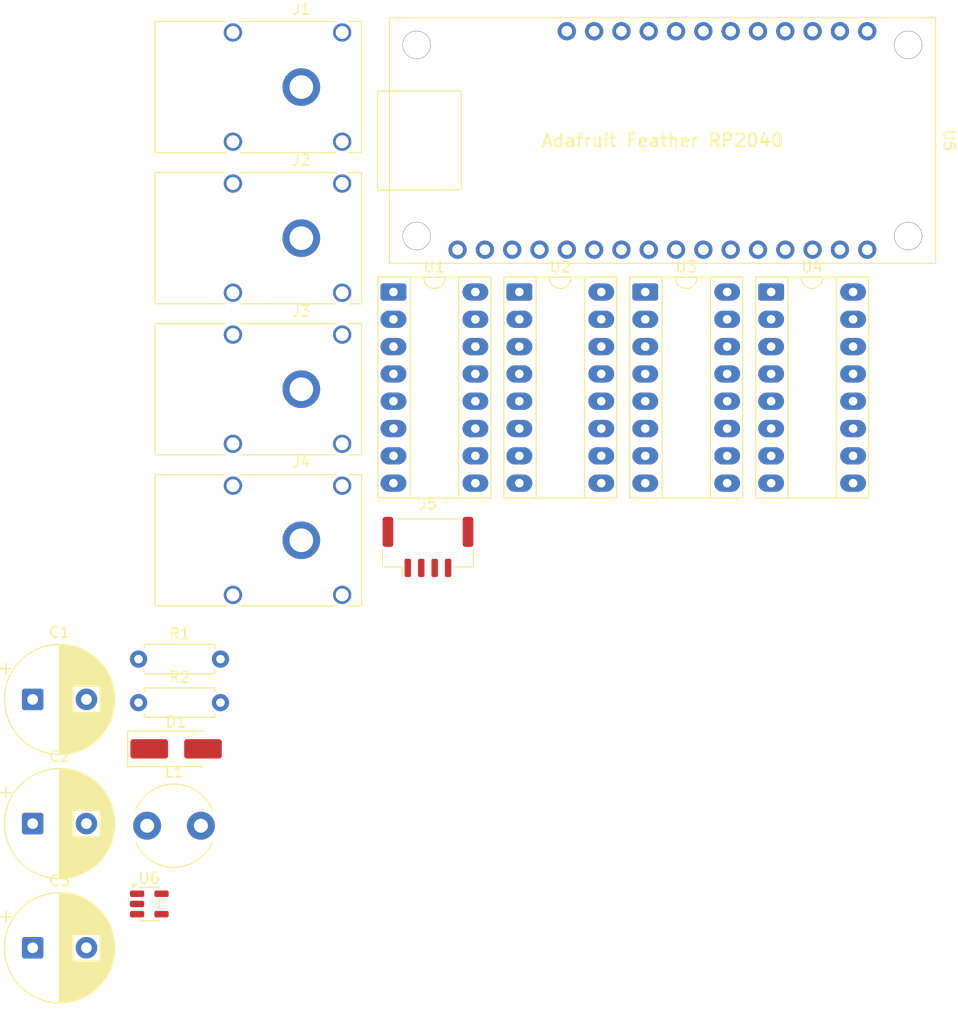
<source format=kicad_pcb>
(kicad_pcb (version 20241229) (generator "pcbnew") (generator_version "9.0")
  (layers (0 "F.Cu" signal) (2 "B.Cu" signal) (13 "F.Paste" user) (15 "B.Paste" user) (5 "F.SilkS" user "F.Silkscreen") (7 "B.SilkS" user "B.Silkscreen") (1 "F.Mask" user) (3 "B.Mask" user) (25 "Edge.Cuts" user))
  (net 0 "")
  (net 1 "GND")
  (net 2 "+5V")
  (net 3 "+15V")
  (net 4 "Net-(U6-FB)")
  (net 5 "Net-(D1-A)")
  (net 6 "I_PLUS")
  (net 7 "I_MINUS")
  (net 8 "V_PLUS")
  (net 9 "V_MINUS")
  (net 10 "PAD_C")
  (net 11 "PAD_A")
  (net 12 "PAD_D")
  (net 13 "PAD_B")
  (net 15 "A0")
  (net 18 "A1")
  (net 20 "A2")
  (net 21 "EN_U1")
  (net 23 "EN_U2")
  (net 30 "EN_U3")
  (net 35 "EN_U4")
  (footprint "Capacitor_THT:CP_Radial_D10.0mm_P5.00mm" (layer "F.Cu") (at 80.694646 107.61)
    (property "Reference" "C1" (at 2.5 -6.25 0) (layer "F.SilkS"))
    (property "Value" "10µF")
    (pad "1" thru_hole roundrect (at 0 0) (size 2 2) (drill 1) (layers "*.Cu" "*.Mask") (roundrect_rratio 0.125) (net 2 "+5V"))
    (pad "2" thru_hole circle (at 5 0) (size 2 2) (drill 1) (layers "*.Cu" "*.Mask") (net 1 "GND"))
  )
  (footprint "Package_DIP:DIP-16_W7.62mm_Socket_LongPads" (layer "F.Cu") (at 114.25 69.72)
    (property "Reference" "U1" (at 3.81 -2.33 0) (layer "F.SilkS"))
    (property "Value" "MAX328EPE+")
    (pad "1" thru_hole roundrect (at 0 0) (size 2.4 1.6) (drill 0.8) (layers "*.Cu" "*.Mask") (roundrect_rratio 0.15625) (net 15 "A0"))
    (pad "2" thru_hole oval (at 0 2.54) (size 2.4 1.6) (drill 0.8) (layers "*.Cu" "*.Mask") (net 21 "EN_U1"))
    (pad "3" thru_hole oval (at 0 5.08) (size 2.4 1.6) (drill 0.8) (layers "*.Cu" "*.Mask") (net 1 "GND"))
    (pad "4" thru_hole oval (at 0 7.62) (size 2.4 1.6) (drill 0.8) (layers "*.Cu" "*.Mask") (net 11 "PAD_A"))
    (pad "5" thru_hole oval (at 0 10.16) (size 2.4 1.6) (drill 0.8) (layers "*.Cu" "*.Mask") (net 13 "PAD_B"))
    (pad "6" thru_hole oval (at 0 12.7) (size 2.4 1.6) (drill 0.8) (layers "*.Cu" "*.Mask") (net 10 "PAD_C"))
    (pad "7" thru_hole oval (at 0 15.24) (size 2.4 1.6) (drill 0.8) (layers "*.Cu" "*.Mask") (net 12 "PAD_D"))
    (pad "8" thru_hole oval (at 0 17.78) (size 2.4 1.6) (drill 0.8) (layers "*.Cu" "*.Mask") (net 6 "I_PLUS"))
    (pad "9" thru_hole oval (at 7.62 17.78) (size 2.4 1.6) (drill 0.8) (layers "*.Cu" "*.Mask"))
    (pad "10" thru_hole oval (at 7.62 15.24) (size 2.4 1.6) (drill 0.8) (layers "*.Cu" "*.Mask"))
    (pad "11" thru_hole oval (at 7.62 12.7) (size 2.4 1.6) (drill 0.8) (layers "*.Cu" "*.Mask"))
    (pad "12" thru_hole oval (at 7.62 10.16) (size 2.4 1.6) (drill 0.8) (layers "*.Cu" "*.Mask"))
    (pad "13" thru_hole oval (at 7.62 7.62) (size 2.4 1.6) (drill 0.8) (layers "*.Cu" "*.Mask") (net 3 "+15V"))
    (pad "14" thru_hole oval (at 7.62 5.08) (size 2.4 1.6) (drill 0.8) (layers "*.Cu" "*.Mask") (net 1 "GND"))
    (pad "15" thru_hole oval (at 7.62 2.54) (size 2.4 1.6) (drill 0.8) (layers "*.Cu" "*.Mask") (net 20 "A2"))
    (pad "16" thru_hole oval (at 7.62 0) (size 2.4 1.6) (drill 0.8) (layers "*.Cu" "*.Mask") (net 18 "A1"))
  )
  (footprint "Connector:Banana_Cliff_FCR7350B_S16N-PC_Horizontal" (layer "F.Cu") (at 105.68 64.71)
    (property "Reference" "J2" (at 0 -7.25 0) (layer "F.SilkS"))
    (property "Value" "Conn_01x01")
    (pad "" np_thru_hole circle (at -6.36 -5.08) (size 1.7 1.7) (drill 1.2) (layers "*.Cu" "*.Mask"))
    (pad "" np_thru_hole circle (at -6.36 5.08) (size 1.7 1.7) (drill 1.2) (layers "*.Cu" "*.Mask"))
    (pad "" np_thru_hole circle (at 3.8 -5.08) (size 1.7 1.7) (drill 1.2) (layers "*.Cu" "*.Mask"))
    (pad "" np_thru_hole circle (at 3.8 5.08) (size 1.7 1.7) (drill 1.2) (layers "*.Cu" "*.Mask"))
    (pad "1" thru_hole circle (at 0 0) (size 3.5 3.5) (drill 2.2) (layers "*.Cu" "*.Mask") (net 7 "I_MINUS"))
  )
  (footprint "Inductor_THT:L_Radial_D7.5mm_P5.00mm_Fastron_07P" (layer "F.Cu") (at 91.34 119.36)
    (property "Reference" "L1" (at 2.5 -5 0) (layer "F.SilkS"))
    (property "Value" "10µH")
    (pad "1" thru_hole circle (at 0 0) (size 2.6 2.6) (drill 1.3) (layers "*.Cu" "*.Mask") (net 2 "+5V"))
    (pad "2" thru_hole circle (at 5 0) (size 2.6 2.6) (drill 1.3) (layers "*.Cu" "*.Mask") (net 5 "Net-(D1-A)"))
  )
  (footprint "Package_DIP:DIP-16_W7.62mm_Socket_LongPads" (layer "F.Cu") (at 137.67 69.72)
    (property "Reference" "U3" (at 3.81 -2.33 0) (layer "F.SilkS"))
    (property "Value" "MAX328EPE+")
    (pad "1" thru_hole roundrect (at 0 0) (size 2.4 1.6) (drill 0.8) (layers "*.Cu" "*.Mask") (roundrect_rratio 0.15625) (net 15 "A0"))
    (pad "2" thru_hole oval (at 0 2.54) (size 2.4 1.6) (drill 0.8) (layers "*.Cu" "*.Mask") (net 30 "EN_U3"))
    (pad "3" thru_hole oval (at 0 5.08) (size 2.4 1.6) (drill 0.8) (layers "*.Cu" "*.Mask") (net 1 "GND"))
    (pad "4" thru_hole oval (at 0 7.62) (size 2.4 1.6) (drill 0.8) (layers "*.Cu" "*.Mask") (net 11 "PAD_A"))
    (pad "5" thru_hole oval (at 0 10.16) (size 2.4 1.6) (drill 0.8) (layers "*.Cu" "*.Mask") (net 13 "PAD_B"))
    (pad "6" thru_hole oval (at 0 12.7) (size 2.4 1.6) (drill 0.8) (layers "*.Cu" "*.Mask") (net 10 "PAD_C"))
    (pad "7" thru_hole oval (at 0 15.24) (size 2.4 1.6) (drill 0.8) (layers "*.Cu" "*.Mask") (net 12 "PAD_D"))
    (pad "8" thru_hole oval (at 0 17.78) (size 2.4 1.6) (drill 0.8) (layers "*.Cu" "*.Mask") (net 8 "V_PLUS"))
    (pad "9" thru_hole oval (at 7.62 17.78) (size 2.4 1.6) (drill 0.8) (layers "*.Cu" "*.Mask"))
    (pad "10" thru_hole oval (at 7.62 15.24) (size 2.4 1.6) (drill 0.8) (layers "*.Cu" "*.Mask"))
    (pad "11" thru_hole oval (at 7.62 12.7) (size 2.4 1.6) (drill 0.8) (layers "*.Cu" "*.Mask"))
    (pad "12" thru_hole oval (at 7.62 10.16) (size 2.4 1.6) (drill 0.8) (layers "*.Cu" "*.Mask"))
    (pad "13" thru_hole oval (at 7.62 7.62) (size 2.4 1.6) (drill 0.8) (layers "*.Cu" "*.Mask") (net 3 "+15V"))
    (pad "14" thru_hole oval (at 7.62 5.08) (size 2.4 1.6) (drill 0.8) (layers "*.Cu" "*.Mask") (net 1 "GND"))
    (pad "15" thru_hole oval (at 7.62 2.54) (size 2.4 1.6) (drill 0.8) (layers "*.Cu" "*.Mask") (net 20 "A2"))
    (pad "16" thru_hole oval (at 7.62 0) (size 2.4 1.6) (drill 0.8) (layers "*.Cu" "*.Mask") (net 18 "A1"))
  )
  (footprint "Package_DIP:DIP-16_W7.62mm_Socket_LongPads" (layer "F.Cu") (at 125.96 69.72)
    (property "Reference" "U2" (at 3.81 -2.33 0) (layer "F.SilkS"))
    (property "Value" "MAX328EPE+")
    (pad "1" thru_hole roundrect (at 0 0) (size 2.4 1.6) (drill 0.8) (layers "*.Cu" "*.Mask") (roundrect_rratio 0.15625) (net 15 "A0"))
    (pad "2" thru_hole oval (at 0 2.54) (size 2.4 1.6) (drill 0.8) (layers "*.Cu" "*.Mask") (net 23 "EN_U2"))
    (pad "3" thru_hole oval (at 0 5.08) (size 2.4 1.6) (drill 0.8) (layers "*.Cu" "*.Mask") (net 1 "GND"))
    (pad "4" thru_hole oval (at 0 7.62) (size 2.4 1.6) (drill 0.8) (layers "*.Cu" "*.Mask") (net 11 "PAD_A"))
    (pad "5" thru_hole oval (at 0 10.16) (size 2.4 1.6) (drill 0.8) (layers "*.Cu" "*.Mask") (net 13 "PAD_B"))
    (pad "6" thru_hole oval (at 0 12.7) (size 2.4 1.6) (drill 0.8) (layers "*.Cu" "*.Mask") (net 10 "PAD_C"))
    (pad "7" thru_hole oval (at 0 15.24) (size 2.4 1.6) (drill 0.8) (layers "*.Cu" "*.Mask") (net 12 "PAD_D"))
    (pad "8" thru_hole oval (at 0 17.78) (size 2.4 1.6) (drill 0.8) (layers "*.Cu" "*.Mask") (net 7 "I_MINUS"))
    (pad "9" thru_hole oval (at 7.62 17.78) (size 2.4 1.6) (drill 0.8) (layers "*.Cu" "*.Mask"))
    (pad "10" thru_hole oval (at 7.62 15.24) (size 2.4 1.6) (drill 0.8) (layers "*.Cu" "*.Mask"))
    (pad "11" thru_hole oval (at 7.62 12.7) (size 2.4 1.6) (drill 0.8) (layers "*.Cu" "*.Mask"))
    (pad "12" thru_hole oval (at 7.62 10.16) (size 2.4 1.6) (drill 0.8) (layers "*.Cu" "*.Mask"))
    (pad "13" thru_hole oval (at 7.62 7.62) (size 2.4 1.6) (drill 0.8) (layers "*.Cu" "*.Mask") (net 3 "+15V"))
    (pad "14" thru_hole oval (at 7.62 5.08) (size 2.4 1.6) (drill 0.8) (layers "*.Cu" "*.Mask") (net 1 "GND"))
    (pad "15" thru_hole oval (at 7.62 2.54) (size 2.4 1.6) (drill 0.8) (layers "*.Cu" "*.Mask") (net 20 "A2"))
    (pad "16" thru_hole oval (at 7.62 0) (size 2.4 1.6) (drill 0.8) (layers "*.Cu" "*.Mask") (net 18 "A1"))
  )
  (footprint "Connector_JST:JST_GH_BM04B-GHS-TBT_1x04-1MP_P1.25mm_Vertical" (layer "F.Cu") (at 117.46 93.43)
    (property "Reference" "J5" (at 0 -4 0) (layer "F.SilkS"))
    (property "Value" "Conn_01x04")
    (pad "1" smd roundrect (at -1.875 1.95) (size 0.6 1.7) (layers "F.Cu" "F.Mask" "F.Paste") (net 11 "PAD_A"))
    (pad "2" smd roundrect (at -0.625 1.95) (size 0.6 1.7) (layers "F.Cu" "F.Mask" "F.Paste") (net 13 "PAD_B"))
    (pad "3" smd roundrect (at 0.625 1.95) (size 0.6 1.7) (layers "F.Cu" "F.Mask" "F.Paste") (net 10 "PAD_C"))
    (pad "4" smd roundrect (at 1.875 1.95) (size 0.6 1.7) (layers "F.Cu" "F.Mask" "F.Paste") (net 12 "PAD_D"))
    (pad "MP" smd roundrect (at -3.725 -1.4) (size 1 2.8) (layers "F.Cu" "F.Mask" "F.Paste"))
    (pad "MP" smd roundrect (at 3.725 -1.4) (size 1 2.8) (layers "F.Cu" "F.Mask" "F.Paste"))
  )
  (footprint "Package_DIP:DIP-16_W7.62mm_Socket_LongPads" (layer "F.Cu") (at 149.38 69.72)
    (property "Reference" "U4" (at 3.81 -2.33 0) (layer "F.SilkS"))
    (property "Value" "MAX328EPE+")
    (pad "1" thru_hole roundrect (at 0 0) (size 2.4 1.6) (drill 0.8) (layers "*.Cu" "*.Mask") (roundrect_rratio 0.15625) (net 15 "A0"))
    (pad "2" thru_hole oval (at 0 2.54) (size 2.4 1.6) (drill 0.8) (layers "*.Cu" "*.Mask") (net 35 "EN_U4"))
    (pad "3" thru_hole oval (at 0 5.08) (size 2.4 1.6) (drill 0.8) (layers "*.Cu" "*.Mask") (net 1 "GND"))
    (pad "4" thru_hole oval (at 0 7.62) (size 2.4 1.6) (drill 0.8) (layers "*.Cu" "*.Mask") (net 11 "PAD_A"))
    (pad "5" thru_hole oval (at 0 10.16) (size 2.4 1.6) (drill 0.8) (layers "*.Cu" "*.Mask") (net 13 "PAD_B"))
    (pad "6" thru_hole oval (at 0 12.7) (size 2.4 1.6) (drill 0.8) (layers "*.Cu" "*.Mask") (net 10 "PAD_C"))
    (pad "7" thru_hole oval (at 0 15.24) (size 2.4 1.6) (drill 0.8) (layers "*.Cu" "*.Mask") (net 12 "PAD_D"))
    (pad "8" thru_hole oval (at 0 17.78) (size 2.4 1.6) (drill 0.8) (layers "*.Cu" "*.Mask") (net 9 "V_MINUS"))
    (pad "9" thru_hole oval (at 7.62 17.78) (size 2.4 1.6) (drill 0.8) (layers "*.Cu" "*.Mask"))
    (pad "10" thru_hole oval (at 7.62 15.24) (size 2.4 1.6) (drill 0.8) (layers "*.Cu" "*.Mask"))
    (pad "11" thru_hole oval (at 7.62 12.7) (size 2.4 1.6) (drill 0.8) (layers "*.Cu" "*.Mask"))
    (pad "12" thru_hole oval (at 7.62 10.16) (size 2.4 1.6) (drill 0.8) (layers "*.Cu" "*.Mask"))
    (pad "13" thru_hole oval (at 7.62 7.62) (size 2.4 1.6) (drill 0.8) (layers "*.Cu" "*.Mask") (net 3 "+15V"))
    (pad "14" thru_hole oval (at 7.62 5.08) (size 2.4 1.6) (drill 0.8) (layers "*.Cu" "*.Mask") (net 1 "GND"))
    (pad "15" thru_hole oval (at 7.62 2.54) (size 2.4 1.6) (drill 0.8) (layers "*.Cu" "*.Mask") (net 20 "A2"))
    (pad "16" thru_hole oval (at 7.62 0) (size 2.4 1.6) (drill 0.8) (layers "*.Cu" "*.Mask") (net 18 "A1"))
  )
  (footprint "Connector:Banana_Cliff_FCR7350B_S16N-PC_Horizontal" (layer "F.Cu") (at 105.68 50.66)
    (property "Reference" "J1" (at 0 -7.25 0) (layer "F.SilkS"))
    (property "Value" "Conn_01x01")
    (pad "" np_thru_hole circle (at -6.36 -5.08) (size 1.7 1.7) (drill 1.2) (layers "*.Cu" "*.Mask"))
    (pad "" np_thru_hole circle (at -6.36 5.08) (size 1.7 1.7) (drill 1.2) (layers "*.Cu" "*.Mask"))
    (pad "" np_thru_hole circle (at 3.8 -5.08) (size 1.7 1.7) (drill 1.2) (layers "*.Cu" "*.Mask"))
    (pad "" np_thru_hole circle (at 3.8 5.08) (size 1.7 1.7) (drill 1.2) (layers "*.Cu" "*.Mask"))
    (pad "1" thru_hole circle (at 0 0) (size 3.5 3.5) (drill 2.2) (layers "*.Cu" "*.Mask") (net 6 "I_PLUS"))
  )
  (footprint "Connector:Banana_Cliff_FCR7350B_S16N-PC_Horizontal" (layer "F.Cu") (at 105.68 92.81)
    (property "Reference" "J4" (at 0 -7.25 0) (layer "F.SilkS"))
    (property "Value" "Conn_01x01")
    (pad "" np_thru_hole circle (at -6.36 -5.08) (size 1.7 1.7) (drill 1.2) (layers "*.Cu" "*.Mask"))
    (pad "" np_thru_hole circle (at -6.36 5.08) (size 1.7 1.7) (drill 1.2) (layers "*.Cu" "*.Mask"))
    (pad "" np_thru_hole circle (at 3.8 -5.08) (size 1.7 1.7) (drill 1.2) (layers "*.Cu" "*.Mask"))
    (pad "" np_thru_hole circle (at 3.8 5.08) (size 1.7 1.7) (drill 1.2) (layers "*.Cu" "*.Mask"))
    (pad "1" thru_hole circle (at 0 0) (size 3.5 3.5) (drill 2.2) (layers "*.Cu" "*.Mask") (net 9 "V_MINUS"))
  )
  (footprint "Capacitor_THT:CP_Radial_D10.0mm_P5.00mm" (layer "F.Cu") (at 80.694646 130.71)
    (property "Reference" "C3" (at 2.5 -6.25 0) (layer "F.SilkS"))
    (property "Value" "10µF")
    (pad "1" thru_hole roundrect (at 0 0) (size 2 2) (drill 1) (layers "*.Cu" "*.Mask") (roundrect_rratio 0.125) (net 3 "+15V"))
    (pad "2" thru_hole circle (at 5 0) (size 2 2) (drill 1) (layers "*.Cu" "*.Mask") (net 1 "GND"))
  )
  (footprint "Capacitor_THT:CP_Radial_D10.0mm_P5.00mm" (layer "F.Cu") (at 80.694646 119.16)
    (property "Reference" "C2" (at 2.5 -6.25 0) (layer "F.SilkS"))
    (property "Value" "10µF")
    (pad "1" thru_hole roundrect (at 0 0) (size 2 2) (drill 1) (layers "*.Cu" "*.Mask") (roundrect_rratio 0.125) (net 3 "+15V"))
    (pad "2" thru_hole circle (at 5 0) (size 2 2) (drill 1) (layers "*.Cu" "*.Mask") (net 4 "Net-(U6-FB)"))
  )
  (footprint "Package_TO_SOT_SMD:SOT-23-5" (layer "F.Cu") (at 91.54 126.635)
    (property "Reference" "U6" (at 0 -2.4 0) (layer "F.SilkS"))
    (property "Value" "LMR62421XMF")
    (pad "1" smd roundrect (at -1.1375 -0.95) (size 1.325 0.6) (layers "F.Cu" "F.Mask" "F.Paste") (net 5 "Net-(D1-A)"))
    (pad "2" smd roundrect (at -1.1375 0) (size 1.325 0.6) (layers "F.Cu" "F.Mask" "F.Paste") (net 1 "GND"))
    (pad "3" smd roundrect (at -1.1375 0.95) (size 1.325 0.6) (layers "F.Cu" "F.Mask" "F.Paste") (net 4 "Net-(U6-FB)"))
    (pad "4" smd roundrect (at 1.1375 0.95) (size 1.325 0.6) (layers "F.Cu" "F.Mask" "F.Paste") (net 2 "+5V"))
    (pad "5" smd roundrect (at 1.1375 -0.95) (size 1.325 0.6) (layers "F.Cu" "F.Mask" "F.Paste") (net 2 "+5V"))
  )
  (footprint "Resistor_THT:R_Axial_DIN0207_L6.3mm_D2.5mm_P7.62mm_Horizontal" (layer "F.Cu") (at 90.54 107.91)
    (property "Reference" "R2" (at 3.81 -2.37 0) (layer "F.SilkS"))
    (property "Value" "113kΩ")
    (pad "1" thru_hole circle (at 0 0) (size 1.6 1.6) (drill 0.8) (layers "*.Cu" "*.Mask") (net 4 "Net-(U6-FB)"))
    (pad "2" thru_hole circle (at 7.62 0) (size 1.6 1.6) (drill 0.8) (layers "*.Cu" "*.Mask") (net 3 "+15V"))
  )
  (footprint "Library:Adafruit-Feather-RP2040" (layer "F.Cu") (at 139.265 55.625)
    (property "Reference" "U5" (at 26.67 0 270) (layer "F.SilkS"))
    (property "Value" "Adafruit-Feather-RP2040")
    (fp_text user "Adafruit Feather RP2040" (at 0 0 0) (layer "F.SilkS") (effects (font (size 1.2 1.2) (thickness 0.2))))
    (pad "" np_thru_hole circle (at -22.86 -8.89) (size 2.6 2.6) (drill 2.54) (layers "*.Cu" "*.Mask") (clearance 1.3))
    (pad "" np_thru_hole circle (at -22.86 8.89) (size 2.6 2.6) (drill 2.54) (layers "*.Cu" "*.Mask") (clearance 1.3))
    (pad "" np_thru_hole circle (at 22.86 -8.89) (size 2.6 2.6) (drill 2.54) (layers "*.Cu" "*.Mask") (clearance 1.3))
    (pad "" np_thru_hole circle (at 22.86 8.89) (size 2.6 2.6) (drill 2.54) (layers "*.Cu" "*.Mask") (clearance 1.3))
    (pad "1" thru_hole circle (at -19.05 10.16) (size 1.7 1.7) (drill 1) (layers "*.Cu" "*.Mask"))
    (pad "2" thru_hole circle (at -16.51 10.16) (size 1.7 1.7) (drill 1) (layers "*.Cu" "*.Mask"))
    (pad "3" thru_hole circle (at -13.97 10.16) (size 1.7 1.7) (drill 1) (layers "*.Cu" "*.Mask"))
    (pad "4" thru_hole circle (at -11.43 10.16) (size 1.7 1.7) (drill 1) (layers "*.Cu" "*.Mask") (net 1 "GND"))
    (pad "5" thru_hole circle (at -8.89 10.16) (size 1.7 1.7) (drill 1) (layers "*.Cu" "*.Mask"))
    (pad "6" thru_hole circle (at -6.35 10.16) (size 1.7 1.7) (drill 1) (layers "*.Cu" "*.Mask"))
    (pad "7" thru_hole circle (at -3.81 10.16) (size 1.7 1.7) (drill 1) (layers "*.Cu" "*.Mask"))
    (pad "8" thru_hole circle (at -1.27 10.16) (size 1.7 1.7) (drill 1) (layers "*.Cu" "*.Mask"))
    (pad "9" thru_hole circle (at 1.27 10.16) (size 1.7 1.7) (drill 1) (layers "*.Cu" "*.Mask"))
    (pad "10" thru_hole circle (at 3.81 10.16) (size 1.7 1.7) (drill 1) (layers "*.Cu" "*.Mask"))
    (pad "11" thru_hole circle (at 6.35 10.16) (size 1.7 1.7) (drill 1) (layers "*.Cu" "*.Mask"))
    (pad "12" thru_hole circle (at 8.89 10.16) (size 1.7 1.7) (drill 1) (layers "*.Cu" "*.Mask"))
    (pad "13" thru_hole circle (at 11.43 10.16) (size 1.7 1.7) (drill 1) (layers "*.Cu" "*.Mask"))
    (pad "14" thru_hole circle (at 13.97 10.16) (size 1.7 1.7) (drill 1) (layers "*.Cu" "*.Mask"))
    (pad "15" thru_hole circle (at 16.51 10.16) (size 1.7 1.7) (drill 1) (layers "*.Cu" "*.Mask"))
    (pad "16" thru_hole circle (at 19.05 10.16) (size 1.7 1.7) (drill 1) (layers "*.Cu" "*.Mask") (net 35 "EN_U4"))
    (pad "17" thru_hole circle (at 19.05 -10.16) (size 1.7 1.7) (drill 1) (layers "*.Cu" "*.Mask"))
    (pad "18" thru_hole circle (at 16.51 -10.16) (size 1.7 1.7) (drill 1) (layers "*.Cu" "*.Mask"))
    (pad "19" thru_hole circle (at 13.97 -10.16) (size 1.7 1.7) (drill 1) (layers "*.Cu" "*.Mask") (net 30 "EN_U3"))
    (pad "20" thru_hole circle (at 11.43 -10.16) (size 1.7 1.7) (drill 1) (layers "*.Cu" "*.Mask") (net 23 "EN_U2"))
    (pad "21" thru_hole circle (at 8.89 -10.16) (size 1.7 1.7) (drill 1) (layers "*.Cu" "*.Mask") (net 21 "EN_U1"))
    (pad "22" thru_hole circle (at 6.35 -10.16) (size 1.7 1.7) (drill 1) (layers "*.Cu" "*.Mask") (net 15 "A0"))
    (pad "23" thru_hole circle (at 3.81 -10.16) (size 1.7 1.7) (drill 1) (layers "*.Cu" "*.Mask") (net 18 "A1"))
    (pad "24" thru_hole circle (at 1.27 -10.16) (size 1.7 1.7) (drill 1) (layers "*.Cu" "*.Mask") (net 20 "A2"))
    (pad "25" thru_hole circle (at -1.27 -10.16) (size 1.7 1.7) (drill 1) (layers "*.Cu" "*.Mask"))
    (pad "26" thru_hole circle (at -3.81 -10.16) (size 1.7 1.7) (drill 1) (layers "*.Cu" "*.Mask") (net 2 "+5V"))
    (pad "27" thru_hole circle (at -6.35 -10.16) (size 1.7 1.7) (drill 1) (layers "*.Cu" "*.Mask"))
    (pad "28" thru_hole circle (at -8.89 -10.16) (size 1.7 1.7) (drill 1) (layers "*.Cu" "*.Mask"))
  )
  (footprint "Diode_SMD:D_SMA_Handsoldering" (layer "F.Cu") (at 94.035 112.21)
    (property "Reference" "D1" (at 0 -2.5 0) (layer "F.SilkS"))
    (property "Value" "D_Schottky")
    (pad "1" smd roundrect (at -2.5 0) (size 3.5 1.8) (layers "F.Cu" "F.Mask" "F.Paste") (roundrect_rratio 0.1388888889) (net 3 "+15V"))
    (pad "2" smd roundrect (at 2.5 0) (size 3.5 1.8) (layers "F.Cu" "F.Mask" "F.Paste") (roundrect_rratio 0.1388888889) (net 5 "Net-(D1-A)"))
  )
  (footprint "Resistor_THT:R_Axial_DIN0207_L6.3mm_D2.5mm_P7.62mm_Horizontal" (layer "F.Cu") (at 90.54 103.86)
    (property "Reference" "R1" (at 3.81 -2.37 0) (layer "F.SilkS"))
    (property "Value" "10kΩ")
    (pad "1" thru_hole circle (at 0 0) (size 1.6 1.6) (drill 0.8) (layers "*.Cu" "*.Mask") (net 4 "Net-(U6-FB)"))
    (pad "2" thru_hole circle (at 7.62 0) (size 1.6 1.6) (drill 0.8) (layers "*.Cu" "*.Mask") (net 1 "GND"))
  )
  (footprint "Connector:Banana_Cliff_FCR7350B_S16N-PC_Horizontal" (layer "F.Cu") (at 105.68 78.76)
    (property "Reference" "J3" (at 0 -7.25 0) (layer "F.SilkS"))
    (property "Value" "Conn_01x01")
    (pad "" np_thru_hole circle (at -6.36 -5.08) (size 1.7 1.7) (drill 1.2) (layers "*.Cu" "*.Mask"))
    (pad "" np_thru_hole circle (at -6.36 5.08) (size 1.7 1.7) (drill 1.2) (layers "*.Cu" "*.Mask"))
    (pad "" np_thru_hole circle (at 3.8 -5.08) (size 1.7 1.7) (drill 1.2) (layers "*.Cu" "*.Mask"))
    (pad "" np_thru_hole circle (at 3.8 5.08) (size 1.7 1.7) (drill 1.2) (layers "*.Cu" "*.Mask"))
    (pad "1" thru_hole circle (at 0 0) (size 3.5 3.5) (drill 2.2) (layers "*.Cu" "*.Mask") (net 8 "V_PLUS"))
  )
)
</source>
